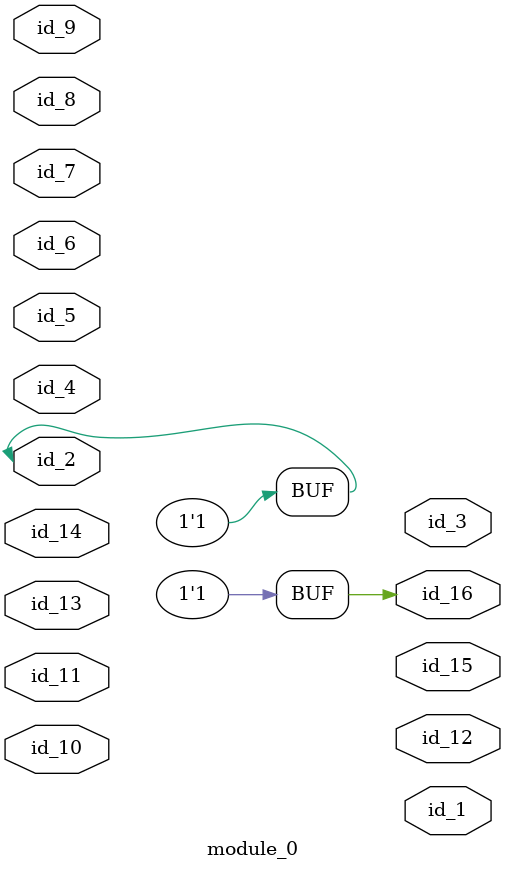
<source format=v>
module module_0 (
    id_1,
    id_2,
    id_3,
    id_4,
    id_5,
    id_6,
    id_7,
    id_8,
    id_9,
    id_10,
    id_11,
    id_12,
    id_13,
    id_14,
    id_15,
    id_16
);
  output id_16;
  output id_15;
  input id_14;
  input id_13;
  output id_12;
  input id_11;
  inout id_10;
  input id_9;
  inout id_8;
  inout id_7;
  input id_6;
  input id_5;
  inout id_4;
  output id_3;
  inout id_2;
  output id_1;
  always begin
    begin
      id_2 <= id_2;
      id_2 <= 1;
      id_16 = 1;
    end
  end
endmodule

</source>
